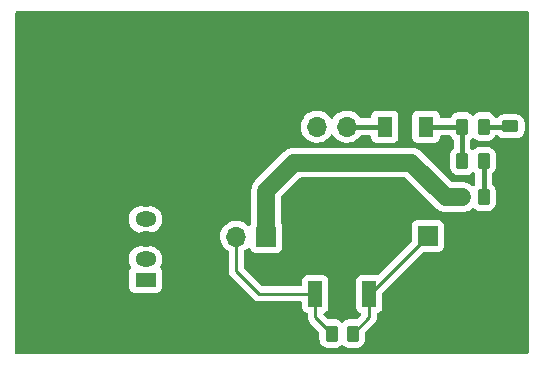
<source format=gbl>
G04 #@! TF.GenerationSoftware,KiCad,Pcbnew,(6.0.9)*
G04 #@! TF.CreationDate,2023-01-18T17:10:32+01:00*
G04 #@! TF.ProjectId,buck,6275636b-2e6b-4696-9361-645f70636258,rev?*
G04 #@! TF.SameCoordinates,Original*
G04 #@! TF.FileFunction,Copper,L2,Bot*
G04 #@! TF.FilePolarity,Positive*
%FSLAX46Y46*%
G04 Gerber Fmt 4.6, Leading zero omitted, Abs format (unit mm)*
G04 Created by KiCad (PCBNEW (6.0.9)) date 2023-01-18 17:10:32*
%MOMM*%
%LPD*%
G01*
G04 APERTURE LIST*
G04 Aperture macros list*
%AMRoundRect*
0 Rectangle with rounded corners*
0 $1 Rounding radius*
0 $2 $3 $4 $5 $6 $7 $8 $9 X,Y pos of 4 corners*
0 Add a 4 corners polygon primitive as box body*
4,1,4,$2,$3,$4,$5,$6,$7,$8,$9,$2,$3,0*
0 Add four circle primitives for the rounded corners*
1,1,$1+$1,$2,$3*
1,1,$1+$1,$4,$5*
1,1,$1+$1,$6,$7*
1,1,$1+$1,$8,$9*
0 Add four rect primitives between the rounded corners*
20,1,$1+$1,$2,$3,$4,$5,0*
20,1,$1+$1,$4,$5,$6,$7,0*
20,1,$1+$1,$6,$7,$8,$9,0*
20,1,$1+$1,$8,$9,$2,$3,0*%
G04 Aperture macros list end*
G04 #@! TA.AperFunction,ComponentPad*
%ADD10C,5.400000*%
G04 #@! TD*
G04 #@! TA.AperFunction,ComponentPad*
%ADD11R,1.800000X1.275000*%
G04 #@! TD*
G04 #@! TA.AperFunction,ComponentPad*
%ADD12O,1.800000X1.275000*%
G04 #@! TD*
G04 #@! TA.AperFunction,SMDPad,CuDef*
%ADD13R,1.200000X2.200000*%
G04 #@! TD*
G04 #@! TA.AperFunction,SMDPad,CuDef*
%ADD14R,5.800000X6.400000*%
G04 #@! TD*
G04 #@! TA.AperFunction,ComponentPad*
%ADD15R,1.700000X1.700000*%
G04 #@! TD*
G04 #@! TA.AperFunction,ComponentPad*
%ADD16O,1.700000X1.700000*%
G04 #@! TD*
G04 #@! TA.AperFunction,SMDPad,CuDef*
%ADD17RoundRect,0.250000X0.262500X0.450000X-0.262500X0.450000X-0.262500X-0.450000X0.262500X-0.450000X0*%
G04 #@! TD*
G04 #@! TA.AperFunction,SMDPad,CuDef*
%ADD18RoundRect,0.250000X-0.262500X-0.450000X0.262500X-0.450000X0.262500X0.450000X-0.262500X0.450000X0*%
G04 #@! TD*
G04 #@! TA.AperFunction,SMDPad,CuDef*
%ADD19RoundRect,0.250000X-0.450000X0.262500X-0.450000X-0.262500X0.450000X-0.262500X0.450000X0.262500X0*%
G04 #@! TD*
G04 #@! TA.AperFunction,SMDPad,CuDef*
%ADD20R,1.300000X1.700000*%
G04 #@! TD*
G04 #@! TA.AperFunction,Conductor*
%ADD21C,1.500000*%
G04 #@! TD*
G04 #@! TA.AperFunction,Conductor*
%ADD22C,0.250000*%
G04 #@! TD*
G04 #@! TA.AperFunction,Conductor*
%ADD23C,0.400000*%
G04 #@! TD*
G04 APERTURE END LIST*
D10*
X113538000Y-85979000D03*
X149225000Y-105029000D03*
D11*
X120245000Y-104900000D03*
D12*
X120245000Y-103200000D03*
X120245000Y-101500000D03*
X120245000Y-99800000D03*
X120245000Y-98100000D03*
D13*
X139186000Y-106122000D03*
D14*
X136906000Y-99822000D03*
D13*
X134626000Y-106122000D03*
D15*
X130459000Y-101264000D03*
D16*
X127919000Y-101264000D03*
D17*
X148867500Y-94869000D03*
X147042500Y-94869000D03*
D18*
X147042500Y-91948000D03*
X148867500Y-91948000D03*
D19*
X151130000Y-91938584D03*
X151130000Y-93763584D03*
D15*
X144145000Y-101219000D03*
D18*
X147042500Y-97917000D03*
X148867500Y-97917000D03*
D17*
X137818500Y-109474000D03*
X135993500Y-109474000D03*
D15*
X132207000Y-91948000D03*
D16*
X134747000Y-91948000D03*
X137287000Y-91948000D03*
D20*
X143990000Y-91948000D03*
X140490000Y-91948000D03*
D21*
X145669000Y-97917000D02*
X147042500Y-97917000D01*
X130459000Y-97379000D02*
X132842000Y-94996000D01*
X130459000Y-101264000D02*
X130459000Y-97379000D01*
X142748000Y-94996000D02*
X145669000Y-97917000D01*
X132842000Y-94996000D02*
X142748000Y-94996000D01*
D22*
X137818500Y-109474000D02*
X139186000Y-108106500D01*
X139186000Y-106122000D02*
X139242000Y-106122000D01*
X139242000Y-106122000D02*
X144145000Y-101219000D01*
X139186000Y-108106500D02*
X139186000Y-106122000D01*
X134626000Y-108106500D02*
X135993500Y-109474000D01*
X129871000Y-106122000D02*
X134626000Y-106122000D01*
X127919000Y-104170000D02*
X129871000Y-106122000D01*
X127919000Y-101264000D02*
X127919000Y-104170000D01*
X134626000Y-106122000D02*
X134626000Y-108106500D01*
D23*
X143990000Y-91948000D02*
X147042500Y-91948000D01*
X147042500Y-91948000D02*
X147042500Y-94869000D01*
X137287000Y-91948000D02*
X140490000Y-91948000D01*
X148867500Y-94869000D02*
X148867500Y-97917000D01*
X151120584Y-91948000D02*
X151130000Y-91938584D01*
X148867500Y-91948000D02*
X151120584Y-91948000D01*
G04 #@! TA.AperFunction,Conductor*
G36*
X152623621Y-82189502D02*
G01*
X152670114Y-82243158D01*
X152681500Y-82295500D01*
X152681500Y-111074500D01*
X152661498Y-111142621D01*
X152607842Y-111189114D01*
X152555500Y-111200500D01*
X109346500Y-111200500D01*
X109278379Y-111180498D01*
X109231886Y-111126842D01*
X109220500Y-111074500D01*
X109220500Y-103290299D01*
X118835138Y-103290299D01*
X118836117Y-103295996D01*
X118836117Y-103295997D01*
X118840294Y-103320303D01*
X118870806Y-103497877D01*
X118943706Y-103695480D01*
X118946658Y-103700441D01*
X118946658Y-103700442D01*
X118984988Y-103764869D01*
X119002628Y-103833640D01*
X118977529Y-103904856D01*
X118894385Y-104015795D01*
X118843255Y-104152184D01*
X118836500Y-104214366D01*
X118836500Y-105585634D01*
X118843255Y-105647816D01*
X118894385Y-105784205D01*
X118981739Y-105900761D01*
X119098295Y-105988115D01*
X119234684Y-106039245D01*
X119296866Y-106046000D01*
X121193134Y-106046000D01*
X121255316Y-106039245D01*
X121391705Y-105988115D01*
X121508261Y-105900761D01*
X121595615Y-105784205D01*
X121646745Y-105647816D01*
X121653500Y-105585634D01*
X121653500Y-104214366D01*
X121646745Y-104152184D01*
X121595615Y-104015795D01*
X121519773Y-103914600D01*
X121513164Y-103905781D01*
X121488316Y-103839275D01*
X121503369Y-103769892D01*
X121507428Y-103762981D01*
X121529887Y-103727386D01*
X121529889Y-103727381D01*
X121532968Y-103722502D01*
X121611015Y-103526876D01*
X121616784Y-103497877D01*
X121650978Y-103325970D01*
X121650978Y-103325967D01*
X121652105Y-103320303D01*
X121652574Y-103284517D01*
X121654786Y-103115483D01*
X121654862Y-103109701D01*
X121653883Y-103104003D01*
X121620173Y-102907820D01*
X121620173Y-102907819D01*
X121619194Y-102902123D01*
X121546294Y-102704520D01*
X121527312Y-102672614D01*
X121441562Y-102528480D01*
X121441560Y-102528477D01*
X121438606Y-102523512D01*
X121299734Y-102365159D01*
X121227445Y-102308171D01*
X121138870Y-102238344D01*
X121138868Y-102238343D01*
X121134331Y-102234766D01*
X121129215Y-102232075D01*
X121129213Y-102232073D01*
X120953051Y-102139390D01*
X120953049Y-102139389D01*
X120947934Y-102136698D01*
X120911977Y-102125533D01*
X120752309Y-102075954D01*
X120752306Y-102075953D01*
X120746788Y-102074240D01*
X120732274Y-102072522D01*
X120579469Y-102054436D01*
X120579462Y-102054436D01*
X120575782Y-102054000D01*
X119929065Y-102054000D01*
X119844287Y-102061790D01*
X119778517Y-102067833D01*
X119778514Y-102067834D01*
X119772763Y-102068362D01*
X119767204Y-102069930D01*
X119767203Y-102069930D01*
X119575610Y-102123965D01*
X119575608Y-102123966D01*
X119570051Y-102125533D01*
X119564875Y-102128085D01*
X119564871Y-102128087D01*
X119445986Y-102186715D01*
X119381151Y-102218688D01*
X119212391Y-102344707D01*
X119131799Y-102431891D01*
X119085025Y-102482491D01*
X119069422Y-102499370D01*
X119054660Y-102522767D01*
X118960113Y-102672614D01*
X118960111Y-102672619D01*
X118957032Y-102677498D01*
X118878985Y-102873124D01*
X118877859Y-102878784D01*
X118877858Y-102878788D01*
X118839022Y-103074030D01*
X118837895Y-103079697D01*
X118837819Y-103085472D01*
X118837819Y-103085476D01*
X118836438Y-103190969D01*
X118835138Y-103290299D01*
X109220500Y-103290299D01*
X109220500Y-101230695D01*
X126556251Y-101230695D01*
X126569110Y-101453715D01*
X126570247Y-101458761D01*
X126570248Y-101458767D01*
X126594304Y-101565508D01*
X126618222Y-101671639D01*
X126702266Y-101878616D01*
X126818987Y-102069088D01*
X126965250Y-102237938D01*
X127137126Y-102380632D01*
X127141593Y-102383242D01*
X127223070Y-102430853D01*
X127271794Y-102482491D01*
X127285500Y-102539641D01*
X127285500Y-104091233D01*
X127284973Y-104102416D01*
X127283298Y-104109909D01*
X127283547Y-104117835D01*
X127283547Y-104117836D01*
X127285438Y-104177986D01*
X127285500Y-104181945D01*
X127285500Y-104209856D01*
X127285997Y-104213790D01*
X127285997Y-104213791D01*
X127286005Y-104213856D01*
X127286938Y-104225693D01*
X127288327Y-104269889D01*
X127293978Y-104289339D01*
X127297987Y-104308700D01*
X127300526Y-104328797D01*
X127303445Y-104336168D01*
X127303445Y-104336170D01*
X127316804Y-104369912D01*
X127320649Y-104381142D01*
X127332982Y-104423593D01*
X127337015Y-104430412D01*
X127337017Y-104430417D01*
X127343293Y-104441028D01*
X127351988Y-104458776D01*
X127359448Y-104477617D01*
X127364110Y-104484033D01*
X127364110Y-104484034D01*
X127385436Y-104513387D01*
X127391952Y-104523307D01*
X127414458Y-104561362D01*
X127428779Y-104575683D01*
X127441619Y-104590716D01*
X127453528Y-104607107D01*
X127459634Y-104612158D01*
X127487605Y-104635298D01*
X127496384Y-104643288D01*
X129367348Y-106514253D01*
X129374888Y-106522539D01*
X129379000Y-106529018D01*
X129384777Y-106534443D01*
X129428651Y-106575643D01*
X129431493Y-106578398D01*
X129451230Y-106598135D01*
X129454427Y-106600615D01*
X129463447Y-106608318D01*
X129495679Y-106638586D01*
X129502625Y-106642405D01*
X129502628Y-106642407D01*
X129513434Y-106648348D01*
X129529953Y-106659199D01*
X129545959Y-106671614D01*
X129553228Y-106674759D01*
X129553232Y-106674762D01*
X129586537Y-106689174D01*
X129597187Y-106694391D01*
X129635940Y-106715695D01*
X129643615Y-106717666D01*
X129643616Y-106717666D01*
X129655562Y-106720733D01*
X129674267Y-106727137D01*
X129692855Y-106735181D01*
X129700678Y-106736420D01*
X129700688Y-106736423D01*
X129736524Y-106742099D01*
X129748144Y-106744505D01*
X129783289Y-106753528D01*
X129790970Y-106755500D01*
X129811224Y-106755500D01*
X129830934Y-106757051D01*
X129850943Y-106760220D01*
X129858835Y-106759474D01*
X129894961Y-106756059D01*
X129906819Y-106755500D01*
X133391500Y-106755500D01*
X133459621Y-106775502D01*
X133506114Y-106829158D01*
X133517500Y-106881500D01*
X133517500Y-107270134D01*
X133524255Y-107332316D01*
X133575385Y-107468705D01*
X133662739Y-107585261D01*
X133779295Y-107672615D01*
X133787703Y-107675767D01*
X133910730Y-107721888D01*
X133967494Y-107764530D01*
X133992194Y-107831091D01*
X133992500Y-107839870D01*
X133992500Y-108027733D01*
X133991973Y-108038916D01*
X133990298Y-108046409D01*
X133990547Y-108054335D01*
X133990547Y-108054336D01*
X133992438Y-108114486D01*
X133992500Y-108118445D01*
X133992500Y-108146356D01*
X133992997Y-108150290D01*
X133992997Y-108150291D01*
X133993005Y-108150356D01*
X133993938Y-108162193D01*
X133995327Y-108206389D01*
X134000978Y-108225839D01*
X134004987Y-108245200D01*
X134007526Y-108265297D01*
X134010445Y-108272668D01*
X134010445Y-108272670D01*
X134023804Y-108306412D01*
X134027649Y-108317642D01*
X134033071Y-108336306D01*
X134039982Y-108360093D01*
X134044015Y-108366912D01*
X134044017Y-108366917D01*
X134050293Y-108377528D01*
X134058988Y-108395276D01*
X134066448Y-108414117D01*
X134071110Y-108420533D01*
X134071110Y-108420534D01*
X134092436Y-108449887D01*
X134098952Y-108459807D01*
X134107862Y-108474872D01*
X134121458Y-108497862D01*
X134135779Y-108512183D01*
X134148619Y-108527216D01*
X134160528Y-108543607D01*
X134166632Y-108548657D01*
X134166637Y-108548662D01*
X134194598Y-108571793D01*
X134203379Y-108579783D01*
X134935596Y-109312001D01*
X134969621Y-109374313D01*
X134972500Y-109401095D01*
X134972500Y-109974400D01*
X134983474Y-110080166D01*
X135039450Y-110247946D01*
X135132522Y-110398348D01*
X135257697Y-110523305D01*
X135263927Y-110527145D01*
X135263928Y-110527146D01*
X135401090Y-110611694D01*
X135408262Y-110616115D01*
X135488005Y-110642564D01*
X135569611Y-110669632D01*
X135569613Y-110669632D01*
X135576139Y-110671797D01*
X135582975Y-110672497D01*
X135582978Y-110672498D01*
X135626031Y-110676909D01*
X135680600Y-110682500D01*
X136306400Y-110682500D01*
X136309646Y-110682163D01*
X136309650Y-110682163D01*
X136405308Y-110672238D01*
X136405312Y-110672237D01*
X136412166Y-110671526D01*
X136418702Y-110669345D01*
X136418704Y-110669345D01*
X136550806Y-110625272D01*
X136579946Y-110615550D01*
X136730348Y-110522478D01*
X136816784Y-110435891D01*
X136879066Y-110401812D01*
X136949886Y-110406815D01*
X136994976Y-110435736D01*
X137082697Y-110523305D01*
X137088927Y-110527145D01*
X137088928Y-110527146D01*
X137226090Y-110611694D01*
X137233262Y-110616115D01*
X137313005Y-110642564D01*
X137394611Y-110669632D01*
X137394613Y-110669632D01*
X137401139Y-110671797D01*
X137407975Y-110672497D01*
X137407978Y-110672498D01*
X137451031Y-110676909D01*
X137505600Y-110682500D01*
X138131400Y-110682500D01*
X138134646Y-110682163D01*
X138134650Y-110682163D01*
X138230308Y-110672238D01*
X138230312Y-110672237D01*
X138237166Y-110671526D01*
X138243702Y-110669345D01*
X138243704Y-110669345D01*
X138375806Y-110625272D01*
X138404946Y-110615550D01*
X138555348Y-110522478D01*
X138680305Y-110397303D01*
X138773115Y-110246738D01*
X138828797Y-110078861D01*
X138839500Y-109974400D01*
X138839500Y-109401095D01*
X138859502Y-109332974D01*
X138876405Y-109311999D01*
X139578258Y-108610147D01*
X139586537Y-108602613D01*
X139593018Y-108598500D01*
X139639644Y-108548848D01*
X139642398Y-108546007D01*
X139662135Y-108526270D01*
X139664615Y-108523073D01*
X139672320Y-108514051D01*
X139674144Y-108512109D01*
X139702586Y-108481821D01*
X139706405Y-108474875D01*
X139706407Y-108474872D01*
X139712348Y-108464066D01*
X139723199Y-108447547D01*
X139730758Y-108437801D01*
X139735614Y-108431541D01*
X139738759Y-108424272D01*
X139738762Y-108424268D01*
X139753174Y-108390963D01*
X139758391Y-108380313D01*
X139779695Y-108341560D01*
X139784733Y-108321937D01*
X139791137Y-108303234D01*
X139796033Y-108291920D01*
X139796033Y-108291919D01*
X139799181Y-108284645D01*
X139800420Y-108276822D01*
X139800423Y-108276812D01*
X139806099Y-108240976D01*
X139808505Y-108229356D01*
X139817528Y-108194211D01*
X139817528Y-108194210D01*
X139819500Y-108186530D01*
X139819500Y-108166276D01*
X139821051Y-108146565D01*
X139822980Y-108134386D01*
X139824220Y-108126557D01*
X139820059Y-108082538D01*
X139819500Y-108070681D01*
X139819500Y-107839870D01*
X139839502Y-107771749D01*
X139893158Y-107725256D01*
X139901270Y-107721888D01*
X140024297Y-107675767D01*
X140032705Y-107672615D01*
X140149261Y-107585261D01*
X140236615Y-107468705D01*
X140287745Y-107332316D01*
X140294500Y-107270134D01*
X140294500Y-106017594D01*
X140314502Y-105949473D01*
X140331405Y-105928499D01*
X143645500Y-102614405D01*
X143707812Y-102580379D01*
X143734595Y-102577500D01*
X145043134Y-102577500D01*
X145105316Y-102570745D01*
X145241705Y-102519615D01*
X145358261Y-102432261D01*
X145445615Y-102315705D01*
X145496745Y-102179316D01*
X145503500Y-102117134D01*
X145503500Y-100320866D01*
X145496745Y-100258684D01*
X145445615Y-100122295D01*
X145358261Y-100005739D01*
X145241705Y-99918385D01*
X145105316Y-99867255D01*
X145043134Y-99860500D01*
X143246866Y-99860500D01*
X143184684Y-99867255D01*
X143048295Y-99918385D01*
X142931739Y-100005739D01*
X142844385Y-100122295D01*
X142793255Y-100258684D01*
X142786500Y-100320866D01*
X142786500Y-101629406D01*
X142766498Y-101697527D01*
X142749595Y-101718501D01*
X139985479Y-104482616D01*
X139923167Y-104516642D01*
X139882777Y-104518784D01*
X139837533Y-104513869D01*
X139837529Y-104513869D01*
X139834134Y-104513500D01*
X138537866Y-104513500D01*
X138475684Y-104520255D01*
X138339295Y-104571385D01*
X138222739Y-104658739D01*
X138135385Y-104775295D01*
X138084255Y-104911684D01*
X138077500Y-104973866D01*
X138077500Y-107270134D01*
X138084255Y-107332316D01*
X138135385Y-107468705D01*
X138222739Y-107585261D01*
X138339295Y-107672615D01*
X138347703Y-107675767D01*
X138435844Y-107708810D01*
X138492608Y-107751452D01*
X138517308Y-107818014D01*
X138502100Y-107887362D01*
X138480709Y-107915887D01*
X138168001Y-108228595D01*
X138105689Y-108262621D01*
X138078906Y-108265500D01*
X137505600Y-108265500D01*
X137502354Y-108265837D01*
X137502350Y-108265837D01*
X137406692Y-108275762D01*
X137406688Y-108275763D01*
X137399834Y-108276474D01*
X137393298Y-108278655D01*
X137393296Y-108278655D01*
X137310099Y-108306412D01*
X137232054Y-108332450D01*
X137081652Y-108425522D01*
X137076479Y-108430704D01*
X136995216Y-108512109D01*
X136932934Y-108546188D01*
X136862114Y-108541185D01*
X136817025Y-108512264D01*
X136734483Y-108429866D01*
X136729303Y-108424695D01*
X136722553Y-108420534D01*
X136584968Y-108335725D01*
X136584966Y-108335724D01*
X136578738Y-108331885D01*
X136458247Y-108291920D01*
X136417389Y-108278368D01*
X136417387Y-108278368D01*
X136410861Y-108276203D01*
X136404025Y-108275503D01*
X136404022Y-108275502D01*
X136360969Y-108271091D01*
X136306400Y-108265500D01*
X135733095Y-108265500D01*
X135664974Y-108245498D01*
X135644000Y-108228595D01*
X135331291Y-107915886D01*
X135297265Y-107853574D01*
X135302330Y-107782759D01*
X135344877Y-107725923D01*
X135376155Y-107708810D01*
X135423224Y-107691165D01*
X135464295Y-107675768D01*
X135464296Y-107675767D01*
X135472705Y-107672615D01*
X135589261Y-107585261D01*
X135676615Y-107468705D01*
X135727745Y-107332316D01*
X135734500Y-107270134D01*
X135734500Y-104973866D01*
X135727745Y-104911684D01*
X135676615Y-104775295D01*
X135589261Y-104658739D01*
X135472705Y-104571385D01*
X135336316Y-104520255D01*
X135274134Y-104513500D01*
X133977866Y-104513500D01*
X133915684Y-104520255D01*
X133779295Y-104571385D01*
X133662739Y-104658739D01*
X133575385Y-104775295D01*
X133524255Y-104911684D01*
X133517500Y-104973866D01*
X133517500Y-105362500D01*
X133497498Y-105430621D01*
X133443842Y-105477114D01*
X133391500Y-105488500D01*
X130185594Y-105488500D01*
X130117473Y-105468498D01*
X130096499Y-105451595D01*
X128589405Y-103944500D01*
X128555379Y-103882188D01*
X128552500Y-103855405D01*
X128552500Y-102544427D01*
X128572502Y-102476306D01*
X128613618Y-102436550D01*
X128616994Y-102434896D01*
X128798860Y-102305173D01*
X128907091Y-102197319D01*
X128969462Y-102163404D01*
X129040268Y-102168592D01*
X129097030Y-102211238D01*
X129114012Y-102242341D01*
X129158385Y-102360705D01*
X129245739Y-102477261D01*
X129362295Y-102564615D01*
X129498684Y-102615745D01*
X129560866Y-102622500D01*
X131357134Y-102622500D01*
X131419316Y-102615745D01*
X131555705Y-102564615D01*
X131672261Y-102477261D01*
X131759615Y-102360705D01*
X131810745Y-102224316D01*
X131817500Y-102162134D01*
X131817500Y-100365866D01*
X131810745Y-100303684D01*
X131759615Y-100167295D01*
X131742673Y-100144689D01*
X131717826Y-100078185D01*
X131717500Y-100069126D01*
X131717500Y-97952477D01*
X131737502Y-97884356D01*
X131754405Y-97863382D01*
X133326382Y-96291405D01*
X133388694Y-96257379D01*
X133415477Y-96254500D01*
X142174523Y-96254500D01*
X142242644Y-96274502D01*
X142263618Y-96291405D01*
X144714472Y-98742259D01*
X144725340Y-98754651D01*
X144735462Y-98767843D01*
X144735469Y-98767851D01*
X144738877Y-98772292D01*
X144787058Y-98816133D01*
X144799185Y-98827168D01*
X144803480Y-98831267D01*
X144819411Y-98847198D01*
X144839427Y-98863934D01*
X144843376Y-98867379D01*
X144900879Y-98919703D01*
X144900883Y-98919706D01*
X144905036Y-98923485D01*
X144909791Y-98926468D01*
X144909794Y-98926470D01*
X144920224Y-98933012D01*
X144934097Y-98943091D01*
X144943545Y-98950992D01*
X144943552Y-98950997D01*
X144947854Y-98954594D01*
X144973693Y-98969332D01*
X145020240Y-98995882D01*
X145024768Y-98998592D01*
X145090596Y-99039886D01*
X145090599Y-99039888D01*
X145095344Y-99042864D01*
X145100549Y-99044957D01*
X145100552Y-99044958D01*
X145111979Y-99049552D01*
X145127411Y-99057012D01*
X145138119Y-99063120D01*
X145138128Y-99063124D01*
X145142993Y-99065899D01*
X145148270Y-99067768D01*
X145148275Y-99067770D01*
X145221542Y-99093715D01*
X145226478Y-99095580D01*
X145275377Y-99115237D01*
X145303783Y-99126656D01*
X145309270Y-99127792D01*
X145309272Y-99127793D01*
X145321349Y-99130294D01*
X145337844Y-99134899D01*
X145354759Y-99140889D01*
X145360296Y-99141796D01*
X145360297Y-99141796D01*
X145436991Y-99154355D01*
X145442181Y-99155317D01*
X145519246Y-99171277D01*
X145519250Y-99171278D01*
X145523767Y-99172213D01*
X145528376Y-99172479D01*
X145528378Y-99172479D01*
X145551548Y-99173815D01*
X145564653Y-99175262D01*
X145570910Y-99176286D01*
X145570917Y-99176286D01*
X145576458Y-99177194D01*
X145582070Y-99177106D01*
X145582072Y-99177106D01*
X145683264Y-99175516D01*
X145685243Y-99175500D01*
X147099499Y-99175500D01*
X147102286Y-99175251D01*
X147102292Y-99175251D01*
X147172429Y-99168991D01*
X147266262Y-99160617D01*
X147360256Y-99134903D01*
X147408629Y-99121670D01*
X147428872Y-99117877D01*
X147440608Y-99116659D01*
X147461166Y-99114526D01*
X147628946Y-99058550D01*
X147779348Y-98965478D01*
X147865784Y-98878891D01*
X147928066Y-98844812D01*
X147998886Y-98849815D01*
X148043975Y-98878736D01*
X148110061Y-98944707D01*
X148131697Y-98966305D01*
X148137927Y-98970145D01*
X148137928Y-98970146D01*
X148275090Y-99054694D01*
X148282262Y-99059115D01*
X148362005Y-99085564D01*
X148443611Y-99112632D01*
X148443613Y-99112632D01*
X148450139Y-99114797D01*
X148456975Y-99115497D01*
X148456978Y-99115498D01*
X148500031Y-99119909D01*
X148554600Y-99125500D01*
X149180400Y-99125500D01*
X149183646Y-99125163D01*
X149183650Y-99125163D01*
X149279308Y-99115238D01*
X149279312Y-99115237D01*
X149286166Y-99114526D01*
X149292702Y-99112345D01*
X149292704Y-99112345D01*
X149440248Y-99063120D01*
X149453946Y-99058550D01*
X149604348Y-98965478D01*
X149729305Y-98840303D01*
X149786138Y-98748104D01*
X149818275Y-98695968D01*
X149818276Y-98695966D01*
X149822115Y-98689738D01*
X149877797Y-98521861D01*
X149888500Y-98417400D01*
X149888500Y-97416600D01*
X149886284Y-97395243D01*
X149878238Y-97317692D01*
X149878237Y-97317688D01*
X149877526Y-97310834D01*
X149871267Y-97292072D01*
X149823868Y-97150002D01*
X149821550Y-97143054D01*
X149728478Y-96992652D01*
X149612982Y-96877357D01*
X149578903Y-96815074D01*
X149576000Y-96788184D01*
X149576000Y-95998002D01*
X149596002Y-95929881D01*
X149612827Y-95908984D01*
X149613168Y-95908643D01*
X149729305Y-95792303D01*
X149822115Y-95641738D01*
X149877797Y-95473861D01*
X149888500Y-95369400D01*
X149888500Y-94368600D01*
X149877526Y-94262834D01*
X149821550Y-94095054D01*
X149728478Y-93944652D01*
X149603303Y-93819695D01*
X149597072Y-93815854D01*
X149458968Y-93730725D01*
X149458966Y-93730724D01*
X149452738Y-93726885D01*
X149292254Y-93673655D01*
X149291389Y-93673368D01*
X149291387Y-93673368D01*
X149284861Y-93671203D01*
X149278025Y-93670503D01*
X149278022Y-93670502D01*
X149234969Y-93666091D01*
X149180400Y-93660500D01*
X148554600Y-93660500D01*
X148551354Y-93660837D01*
X148551350Y-93660837D01*
X148455692Y-93670762D01*
X148455688Y-93670763D01*
X148448834Y-93671474D01*
X148442298Y-93673655D01*
X148442296Y-93673655D01*
X148310194Y-93717728D01*
X148281054Y-93727450D01*
X148130652Y-93820522D01*
X148081125Y-93870136D01*
X148044216Y-93907109D01*
X147981934Y-93941188D01*
X147911114Y-93936185D01*
X147866025Y-93907264D01*
X147787982Y-93829357D01*
X147753903Y-93767075D01*
X147751000Y-93740184D01*
X147751000Y-93077002D01*
X147771002Y-93008881D01*
X147787827Y-92987984D01*
X147788168Y-92987643D01*
X147865784Y-92909891D01*
X147928066Y-92875812D01*
X147998887Y-92880815D01*
X148043975Y-92909736D01*
X148083630Y-92949322D01*
X148131697Y-92997305D01*
X148137927Y-93001145D01*
X148137928Y-93001146D01*
X148275090Y-93085694D01*
X148282262Y-93090115D01*
X148359978Y-93115892D01*
X148443611Y-93143632D01*
X148443613Y-93143632D01*
X148450139Y-93145797D01*
X148456975Y-93146497D01*
X148456978Y-93146498D01*
X148500031Y-93150909D01*
X148554600Y-93156500D01*
X149180400Y-93156500D01*
X149183646Y-93156163D01*
X149183650Y-93156163D01*
X149279308Y-93146238D01*
X149279312Y-93146237D01*
X149286166Y-93145526D01*
X149292702Y-93143345D01*
X149292704Y-93143345D01*
X149424806Y-93099272D01*
X149453946Y-93089550D01*
X149604348Y-92996478D01*
X149729305Y-92871303D01*
X149744820Y-92846134D01*
X149822115Y-92720738D01*
X149823795Y-92721774D01*
X149864121Y-92675969D01*
X149931405Y-92656500D01*
X150010430Y-92656500D01*
X150078551Y-92676502D01*
X150099448Y-92693327D01*
X150136343Y-92730158D01*
X150206697Y-92800389D01*
X150212927Y-92804229D01*
X150212928Y-92804230D01*
X150350090Y-92888778D01*
X150357262Y-92893199D01*
X150402839Y-92908316D01*
X150518611Y-92946716D01*
X150518613Y-92946716D01*
X150525139Y-92948881D01*
X150531975Y-92949581D01*
X150531978Y-92949582D01*
X150575031Y-92953993D01*
X150629600Y-92959584D01*
X151630400Y-92959584D01*
X151633646Y-92959247D01*
X151633650Y-92959247D01*
X151729308Y-92949322D01*
X151729312Y-92949321D01*
X151736166Y-92948610D01*
X151742702Y-92946429D01*
X151742704Y-92946429D01*
X151880489Y-92900460D01*
X151903946Y-92892634D01*
X152054348Y-92799562D01*
X152179305Y-92674387D01*
X152272115Y-92523822D01*
X152327797Y-92355945D01*
X152338500Y-92251484D01*
X152338500Y-91625684D01*
X152327526Y-91519918D01*
X152271550Y-91352138D01*
X152178478Y-91201736D01*
X152053303Y-91076779D01*
X152015186Y-91053283D01*
X151908968Y-90987809D01*
X151908966Y-90987808D01*
X151902738Y-90983969D01*
X151793836Y-90947848D01*
X151741389Y-90930452D01*
X151741387Y-90930452D01*
X151734861Y-90928287D01*
X151728025Y-90927587D01*
X151728022Y-90927586D01*
X151684969Y-90923175D01*
X151630400Y-90917584D01*
X150629600Y-90917584D01*
X150626354Y-90917921D01*
X150626350Y-90917921D01*
X150530692Y-90927846D01*
X150530688Y-90927847D01*
X150523834Y-90928558D01*
X150517298Y-90930739D01*
X150517296Y-90930739D01*
X150385194Y-90974812D01*
X150356054Y-90984534D01*
X150205652Y-91077606D01*
X150081739Y-91201736D01*
X150080958Y-91202518D01*
X150018676Y-91236597D01*
X149991785Y-91239500D01*
X149931387Y-91239500D01*
X149863266Y-91219498D01*
X149822816Y-91173270D01*
X149821550Y-91174054D01*
X149732332Y-91029880D01*
X149728478Y-91023652D01*
X149603303Y-90898695D01*
X149540047Y-90859703D01*
X149458968Y-90809725D01*
X149458966Y-90809724D01*
X149452738Y-90805885D01*
X149292254Y-90752655D01*
X149291389Y-90752368D01*
X149291387Y-90752368D01*
X149284861Y-90750203D01*
X149278025Y-90749503D01*
X149278022Y-90749502D01*
X149234969Y-90745091D01*
X149180400Y-90739500D01*
X148554600Y-90739500D01*
X148551354Y-90739837D01*
X148551350Y-90739837D01*
X148455692Y-90749762D01*
X148455688Y-90749763D01*
X148448834Y-90750474D01*
X148442298Y-90752655D01*
X148442296Y-90752655D01*
X148324012Y-90792118D01*
X148281054Y-90806450D01*
X148130652Y-90899522D01*
X148075401Y-90954870D01*
X148044216Y-90986109D01*
X147981934Y-91020188D01*
X147911114Y-91015185D01*
X147866025Y-90986264D01*
X147783483Y-90903866D01*
X147778303Y-90898695D01*
X147715047Y-90859703D01*
X147633968Y-90809725D01*
X147633966Y-90809724D01*
X147627738Y-90805885D01*
X147467254Y-90752655D01*
X147466389Y-90752368D01*
X147466387Y-90752368D01*
X147459861Y-90750203D01*
X147453025Y-90749503D01*
X147453022Y-90749502D01*
X147409969Y-90745091D01*
X147355400Y-90739500D01*
X146729600Y-90739500D01*
X146726354Y-90739837D01*
X146726350Y-90739837D01*
X146630692Y-90749762D01*
X146630688Y-90749763D01*
X146623834Y-90750474D01*
X146617298Y-90752655D01*
X146617296Y-90752655D01*
X146499012Y-90792118D01*
X146456054Y-90806450D01*
X146305652Y-90899522D01*
X146180695Y-91024697D01*
X146176855Y-91030927D01*
X146176854Y-91030928D01*
X146163074Y-91053283D01*
X146087885Y-91175262D01*
X146086205Y-91174226D01*
X146045879Y-91220031D01*
X145978595Y-91239500D01*
X145274500Y-91239500D01*
X145206379Y-91219498D01*
X145159886Y-91165842D01*
X145148500Y-91113500D01*
X145148500Y-91049866D01*
X145141745Y-90987684D01*
X145090615Y-90851295D01*
X145003261Y-90734739D01*
X144886705Y-90647385D01*
X144750316Y-90596255D01*
X144688134Y-90589500D01*
X143291866Y-90589500D01*
X143229684Y-90596255D01*
X143093295Y-90647385D01*
X142976739Y-90734739D01*
X142889385Y-90851295D01*
X142838255Y-90987684D01*
X142831500Y-91049866D01*
X142831500Y-92846134D01*
X142838255Y-92908316D01*
X142889385Y-93044705D01*
X142976739Y-93161261D01*
X143093295Y-93248615D01*
X143229684Y-93299745D01*
X143291866Y-93306500D01*
X144688134Y-93306500D01*
X144750316Y-93299745D01*
X144886705Y-93248615D01*
X145003261Y-93161261D01*
X145090615Y-93044705D01*
X145141745Y-92908316D01*
X145148500Y-92846134D01*
X145148500Y-92782500D01*
X145168502Y-92714379D01*
X145222158Y-92667886D01*
X145274500Y-92656500D01*
X145978613Y-92656500D01*
X146046734Y-92676502D01*
X146087184Y-92722730D01*
X146088450Y-92721946D01*
X146181522Y-92872348D01*
X146186704Y-92877521D01*
X146297018Y-92987643D01*
X146331097Y-93049926D01*
X146334000Y-93076816D01*
X146334000Y-93739998D01*
X146313998Y-93808119D01*
X146297174Y-93829015D01*
X146180695Y-93945697D01*
X146176855Y-93951927D01*
X146176854Y-93951928D01*
X146095529Y-94083862D01*
X146087885Y-94096262D01*
X146032203Y-94264139D01*
X146021500Y-94368600D01*
X146021500Y-95369400D01*
X146032474Y-95475166D01*
X146088450Y-95642946D01*
X146181522Y-95793348D01*
X146306697Y-95918305D01*
X146312927Y-95922145D01*
X146312928Y-95922146D01*
X146450090Y-96006694D01*
X146457262Y-96011115D01*
X146537005Y-96037564D01*
X146618611Y-96064632D01*
X146618613Y-96064632D01*
X146625139Y-96066797D01*
X146631975Y-96067497D01*
X146631978Y-96067498D01*
X146675031Y-96071909D01*
X146729600Y-96077500D01*
X147355400Y-96077500D01*
X147358646Y-96077163D01*
X147358650Y-96077163D01*
X147454308Y-96067238D01*
X147454312Y-96067237D01*
X147461166Y-96066526D01*
X147467702Y-96064345D01*
X147467704Y-96064345D01*
X147599806Y-96020272D01*
X147628946Y-96010550D01*
X147779348Y-95917478D01*
X147865784Y-95830891D01*
X147928066Y-95796812D01*
X147998886Y-95801815D01*
X148043975Y-95830736D01*
X148122018Y-95908643D01*
X148156097Y-95970925D01*
X148159000Y-95997816D01*
X148159000Y-96787998D01*
X148138998Y-96856119D01*
X148122174Y-96877015D01*
X148044216Y-96955109D01*
X147981934Y-96989188D01*
X147911113Y-96984185D01*
X147866025Y-96955264D01*
X147783483Y-96872866D01*
X147778303Y-96867695D01*
X147763021Y-96858275D01*
X147633968Y-96778725D01*
X147633966Y-96778724D01*
X147627738Y-96774885D01*
X147459861Y-96719203D01*
X147453015Y-96718502D01*
X147453013Y-96718501D01*
X147447135Y-96717898D01*
X147418373Y-96710794D01*
X147418293Y-96711058D01*
X147413123Y-96709497D01*
X147412993Y-96709465D01*
X147412921Y-96709436D01*
X147412922Y-96709436D01*
X147407717Y-96707344D01*
X147402225Y-96706207D01*
X147402223Y-96706206D01*
X147261011Y-96676962D01*
X147187733Y-96661787D01*
X147183122Y-96661521D01*
X147183121Y-96661521D01*
X147132548Y-96658605D01*
X147132544Y-96658605D01*
X147130725Y-96658500D01*
X146242478Y-96658500D01*
X146174357Y-96638498D01*
X146153383Y-96621595D01*
X143702525Y-94170737D01*
X143691657Y-94158346D01*
X143681533Y-94145152D01*
X143678123Y-94140708D01*
X143617826Y-94085842D01*
X143613531Y-94081743D01*
X143597590Y-94065802D01*
X143595440Y-94064004D01*
X143577577Y-94049068D01*
X143573602Y-94045600D01*
X143516112Y-93993288D01*
X143516103Y-93993281D01*
X143511964Y-93989515D01*
X143496773Y-93979986D01*
X143482907Y-93969911D01*
X143473451Y-93962004D01*
X143473441Y-93961997D01*
X143469146Y-93958406D01*
X143396752Y-93917113D01*
X143392232Y-93914408D01*
X143382620Y-93908378D01*
X143337692Y-93880195D01*
X143326404Y-93873114D01*
X143326401Y-93873112D01*
X143321656Y-93870136D01*
X143316451Y-93868043D01*
X143316448Y-93868042D01*
X143305021Y-93863448D01*
X143289589Y-93855988D01*
X143278881Y-93849880D01*
X143278872Y-93849876D01*
X143274007Y-93847101D01*
X143268730Y-93845232D01*
X143268725Y-93845230D01*
X143195458Y-93819285D01*
X143190522Y-93817420D01*
X143118416Y-93788434D01*
X143113217Y-93786344D01*
X143107730Y-93785208D01*
X143107728Y-93785207D01*
X143095651Y-93782706D01*
X143079156Y-93778101D01*
X143062241Y-93772111D01*
X142979990Y-93758641D01*
X142974820Y-93757683D01*
X142893233Y-93740787D01*
X142888621Y-93740521D01*
X142888620Y-93740521D01*
X142865452Y-93739185D01*
X142852347Y-93737738D01*
X142846090Y-93736714D01*
X142846086Y-93736714D01*
X142840543Y-93735806D01*
X142834930Y-93735894D01*
X142834928Y-93735894D01*
X142733736Y-93737484D01*
X142731757Y-93737500D01*
X132933396Y-93737500D01*
X132916949Y-93736422D01*
X132912270Y-93735806D01*
X132894914Y-93733521D01*
X132889314Y-93733785D01*
X132889313Y-93733785D01*
X132813504Y-93737360D01*
X132807569Y-93737500D01*
X132785001Y-93737500D01*
X132782218Y-93737748D01*
X132782204Y-93737749D01*
X132759023Y-93739818D01*
X132753760Y-93740177D01*
X132724342Y-93741564D01*
X132670512Y-93744103D01*
X132653023Y-93748108D01*
X132636104Y-93750788D01*
X132631618Y-93751189D01*
X132618238Y-93752383D01*
X132612830Y-93753862D01*
X132612827Y-93753863D01*
X132537870Y-93774369D01*
X132532752Y-93775655D01*
X132457000Y-93793005D01*
X132456998Y-93793006D01*
X132451530Y-93794258D01*
X132441030Y-93798737D01*
X132435033Y-93801294D01*
X132418858Y-93806927D01*
X132412806Y-93808583D01*
X132401549Y-93811663D01*
X132396494Y-93814074D01*
X132396489Y-93814076D01*
X132326317Y-93847546D01*
X132321508Y-93849717D01*
X132250053Y-93880195D01*
X132250047Y-93880198D01*
X132244892Y-93882397D01*
X132229902Y-93892244D01*
X132214974Y-93900655D01*
X132198782Y-93908378D01*
X132194229Y-93911650D01*
X132194225Y-93911652D01*
X132131103Y-93957010D01*
X132126753Y-93959999D01*
X132103277Y-93975420D01*
X132057126Y-94005735D01*
X132036338Y-94024257D01*
X132026061Y-94032490D01*
X132016346Y-94039471D01*
X131941938Y-94116254D01*
X131940549Y-94117664D01*
X129633737Y-96424475D01*
X129621347Y-96435342D01*
X129603708Y-96448877D01*
X129549188Y-96508794D01*
X129548842Y-96509174D01*
X129544743Y-96513469D01*
X129528802Y-96529410D01*
X129527007Y-96531557D01*
X129527005Y-96531559D01*
X129512068Y-96549423D01*
X129508600Y-96553398D01*
X129456288Y-96610888D01*
X129456281Y-96610897D01*
X129452515Y-96615036D01*
X129449538Y-96619782D01*
X129449537Y-96619783D01*
X129442987Y-96630225D01*
X129432911Y-96644093D01*
X129425004Y-96653549D01*
X129424997Y-96653559D01*
X129421406Y-96657854D01*
X129387158Y-96717898D01*
X129380118Y-96730240D01*
X129377413Y-96734759D01*
X129333136Y-96805344D01*
X129331043Y-96810549D01*
X129331042Y-96810552D01*
X129326448Y-96821979D01*
X129318988Y-96837411D01*
X129312880Y-96848119D01*
X129312876Y-96848128D01*
X129310101Y-96852993D01*
X129308232Y-96858270D01*
X129308230Y-96858275D01*
X129282285Y-96931542D01*
X129280420Y-96936478D01*
X129272868Y-96955264D01*
X129249344Y-97013783D01*
X129248208Y-97019270D01*
X129248207Y-97019272D01*
X129245706Y-97031349D01*
X129241101Y-97047844D01*
X129235111Y-97064759D01*
X129223310Y-97136824D01*
X129221643Y-97147001D01*
X129220683Y-97152180D01*
X129203787Y-97233767D01*
X129203521Y-97238379D01*
X129203521Y-97238380D01*
X129202185Y-97261548D01*
X129200738Y-97274653D01*
X129199714Y-97280910D01*
X129198806Y-97286457D01*
X129198894Y-97292070D01*
X129198894Y-97292072D01*
X129200484Y-97393264D01*
X129200500Y-97395243D01*
X129200500Y-100069126D01*
X129180498Y-100137247D01*
X129175339Y-100144673D01*
X129158385Y-100167295D01*
X129155233Y-100175703D01*
X129113919Y-100285907D01*
X129071277Y-100342671D01*
X129004716Y-100367371D01*
X128935367Y-100352163D01*
X128902743Y-100326476D01*
X128852151Y-100270875D01*
X128852142Y-100270866D01*
X128848670Y-100267051D01*
X128844619Y-100263852D01*
X128844615Y-100263848D01*
X128677414Y-100131800D01*
X128677410Y-100131798D01*
X128673359Y-100128598D01*
X128477789Y-100020638D01*
X128472920Y-100018914D01*
X128472916Y-100018912D01*
X128272087Y-99947795D01*
X128272083Y-99947794D01*
X128267212Y-99946069D01*
X128262119Y-99945162D01*
X128262116Y-99945161D01*
X128052373Y-99907800D01*
X128052367Y-99907799D01*
X128047284Y-99906894D01*
X127973452Y-99905992D01*
X127829081Y-99904228D01*
X127829079Y-99904228D01*
X127823911Y-99904165D01*
X127603091Y-99937955D01*
X127390756Y-100007357D01*
X127192607Y-100110507D01*
X127188474Y-100113610D01*
X127188471Y-100113612D01*
X127018100Y-100241530D01*
X127013965Y-100244635D01*
X126974525Y-100285907D01*
X126920280Y-100342671D01*
X126859629Y-100406138D01*
X126733743Y-100590680D01*
X126705718Y-100651056D01*
X126646859Y-100777857D01*
X126639688Y-100793305D01*
X126579989Y-101008570D01*
X126556251Y-101230695D01*
X109220500Y-101230695D01*
X109220500Y-99890299D01*
X118835138Y-99890299D01*
X118836117Y-99895996D01*
X118836117Y-99895997D01*
X118845018Y-99947795D01*
X118870806Y-100097877D01*
X118943706Y-100295480D01*
X118946658Y-100300441D01*
X118946658Y-100300442D01*
X118971782Y-100342671D01*
X119051394Y-100476488D01*
X119190266Y-100634841D01*
X119355669Y-100765234D01*
X119360785Y-100767925D01*
X119360787Y-100767927D01*
X119536949Y-100860610D01*
X119542066Y-100863302D01*
X119547586Y-100865016D01*
X119737691Y-100924046D01*
X119737694Y-100924047D01*
X119743212Y-100925760D01*
X119748949Y-100926439D01*
X119910531Y-100945564D01*
X119910538Y-100945564D01*
X119914218Y-100946000D01*
X120560935Y-100946000D01*
X120645713Y-100938210D01*
X120711483Y-100932167D01*
X120711486Y-100932166D01*
X120717237Y-100931638D01*
X120722797Y-100930070D01*
X120914390Y-100876035D01*
X120914392Y-100876034D01*
X120919949Y-100874467D01*
X120925125Y-100871915D01*
X120925129Y-100871913D01*
X121103668Y-100783867D01*
X121108849Y-100781312D01*
X121277609Y-100655293D01*
X121420578Y-100500630D01*
X121482556Y-100402401D01*
X121529887Y-100327386D01*
X121529889Y-100327381D01*
X121532968Y-100322502D01*
X121611015Y-100126876D01*
X121613654Y-100113612D01*
X121650978Y-99925970D01*
X121650978Y-99925967D01*
X121652105Y-99920303D01*
X121652282Y-99906831D01*
X121654786Y-99715483D01*
X121654862Y-99709701D01*
X121653883Y-99704003D01*
X121620173Y-99507820D01*
X121620173Y-99507819D01*
X121619194Y-99502123D01*
X121546294Y-99304520D01*
X121527312Y-99272614D01*
X121441562Y-99128480D01*
X121441560Y-99128477D01*
X121438606Y-99123512D01*
X121315511Y-98983150D01*
X121303541Y-98969500D01*
X121299734Y-98965159D01*
X121242073Y-98919703D01*
X121138870Y-98838344D01*
X121138868Y-98838343D01*
X121134331Y-98834766D01*
X121129215Y-98832075D01*
X121129213Y-98832073D01*
X120953051Y-98739390D01*
X120953049Y-98739389D01*
X120947934Y-98736698D01*
X120911977Y-98725533D01*
X120752309Y-98675954D01*
X120752306Y-98675953D01*
X120746788Y-98674240D01*
X120732274Y-98672522D01*
X120579469Y-98654436D01*
X120579462Y-98654436D01*
X120575782Y-98654000D01*
X119929065Y-98654000D01*
X119844287Y-98661790D01*
X119778517Y-98667833D01*
X119778514Y-98667834D01*
X119772763Y-98668362D01*
X119767204Y-98669930D01*
X119767203Y-98669930D01*
X119575610Y-98723965D01*
X119575608Y-98723966D01*
X119570051Y-98725533D01*
X119564875Y-98728085D01*
X119564871Y-98728087D01*
X119467590Y-98776061D01*
X119381151Y-98818688D01*
X119376525Y-98822142D01*
X119376524Y-98822143D01*
X119221935Y-98937580D01*
X119212391Y-98944707D01*
X119126420Y-99037710D01*
X119104504Y-99061419D01*
X119069422Y-99099370D01*
X119048812Y-99132035D01*
X118960113Y-99272614D01*
X118960111Y-99272619D01*
X118957032Y-99277498D01*
X118878985Y-99473124D01*
X118877859Y-99478784D01*
X118877858Y-99478788D01*
X118839022Y-99674030D01*
X118837895Y-99679697D01*
X118837819Y-99685472D01*
X118837819Y-99685476D01*
X118836438Y-99790969D01*
X118835138Y-99890299D01*
X109220500Y-99890299D01*
X109220500Y-91914695D01*
X133384251Y-91914695D01*
X133397110Y-92137715D01*
X133398247Y-92142761D01*
X133398248Y-92142767D01*
X133422024Y-92248267D01*
X133446222Y-92355639D01*
X133478723Y-92435680D01*
X133514514Y-92523822D01*
X133530266Y-92562616D01*
X133581942Y-92646944D01*
X133644291Y-92748688D01*
X133646987Y-92753088D01*
X133793250Y-92921938D01*
X133904302Y-93014135D01*
X133947413Y-93049926D01*
X133965126Y-93064632D01*
X134158000Y-93177338D01*
X134366692Y-93257030D01*
X134371760Y-93258061D01*
X134371763Y-93258062D01*
X134479017Y-93279883D01*
X134585597Y-93301567D01*
X134590772Y-93301757D01*
X134590774Y-93301757D01*
X134803673Y-93309564D01*
X134803677Y-93309564D01*
X134808837Y-93309753D01*
X134813957Y-93309097D01*
X134813959Y-93309097D01*
X135025288Y-93282025D01*
X135025289Y-93282025D01*
X135030416Y-93281368D01*
X135035366Y-93279883D01*
X135239429Y-93218661D01*
X135239434Y-93218659D01*
X135244384Y-93217174D01*
X135444994Y-93118896D01*
X135626860Y-92989173D01*
X135785096Y-92831489D01*
X135804684Y-92804230D01*
X135915453Y-92650077D01*
X135916776Y-92651028D01*
X135963645Y-92607857D01*
X136033580Y-92595625D01*
X136099026Y-92623144D01*
X136126875Y-92654994D01*
X136139729Y-92675969D01*
X136186987Y-92753088D01*
X136333250Y-92921938D01*
X136444302Y-93014135D01*
X136487413Y-93049926D01*
X136505126Y-93064632D01*
X136698000Y-93177338D01*
X136906692Y-93257030D01*
X136911760Y-93258061D01*
X136911763Y-93258062D01*
X137019017Y-93279883D01*
X137125597Y-93301567D01*
X137130772Y-93301757D01*
X137130774Y-93301757D01*
X137343673Y-93309564D01*
X137343677Y-93309564D01*
X137348837Y-93309753D01*
X137353957Y-93309097D01*
X137353959Y-93309097D01*
X137565288Y-93282025D01*
X137565289Y-93282025D01*
X137570416Y-93281368D01*
X137575366Y-93279883D01*
X137779429Y-93218661D01*
X137779434Y-93218659D01*
X137784384Y-93217174D01*
X137984994Y-93118896D01*
X138166860Y-92989173D01*
X138325096Y-92831489D01*
X138344684Y-92804230D01*
X138413132Y-92708974D01*
X138469127Y-92665326D01*
X138515455Y-92656500D01*
X139205500Y-92656500D01*
X139273621Y-92676502D01*
X139320114Y-92730158D01*
X139331500Y-92782500D01*
X139331500Y-92846134D01*
X139338255Y-92908316D01*
X139389385Y-93044705D01*
X139476739Y-93161261D01*
X139593295Y-93248615D01*
X139729684Y-93299745D01*
X139791866Y-93306500D01*
X141188134Y-93306500D01*
X141250316Y-93299745D01*
X141386705Y-93248615D01*
X141503261Y-93161261D01*
X141590615Y-93044705D01*
X141641745Y-92908316D01*
X141648500Y-92846134D01*
X141648500Y-91049866D01*
X141641745Y-90987684D01*
X141590615Y-90851295D01*
X141503261Y-90734739D01*
X141386705Y-90647385D01*
X141250316Y-90596255D01*
X141188134Y-90589500D01*
X139791866Y-90589500D01*
X139729684Y-90596255D01*
X139593295Y-90647385D01*
X139476739Y-90734739D01*
X139389385Y-90851295D01*
X139338255Y-90987684D01*
X139331500Y-91049866D01*
X139331500Y-91113500D01*
X139311498Y-91181621D01*
X139257842Y-91228114D01*
X139205500Y-91239500D01*
X138515286Y-91239500D01*
X138447165Y-91219498D01*
X138409494Y-91181941D01*
X138404392Y-91174054D01*
X138367014Y-91116277D01*
X138216670Y-90951051D01*
X138212619Y-90947852D01*
X138212615Y-90947848D01*
X138045414Y-90815800D01*
X138045410Y-90815798D01*
X138041359Y-90812598D01*
X138029199Y-90805885D01*
X137927060Y-90749502D01*
X137845789Y-90704638D01*
X137840920Y-90702914D01*
X137840916Y-90702912D01*
X137640087Y-90631795D01*
X137640083Y-90631794D01*
X137635212Y-90630069D01*
X137630119Y-90629162D01*
X137630116Y-90629161D01*
X137420373Y-90591800D01*
X137420367Y-90591799D01*
X137415284Y-90590894D01*
X137341452Y-90589992D01*
X137197081Y-90588228D01*
X137197079Y-90588228D01*
X137191911Y-90588165D01*
X136971091Y-90621955D01*
X136758756Y-90691357D01*
X136560607Y-90794507D01*
X136556474Y-90797610D01*
X136556471Y-90797612D01*
X136386100Y-90925530D01*
X136381965Y-90928635D01*
X136378393Y-90932373D01*
X136235454Y-91081950D01*
X136227629Y-91090138D01*
X136120201Y-91247621D01*
X136065293Y-91292621D01*
X135994768Y-91300792D01*
X135931021Y-91269538D01*
X135910324Y-91245054D01*
X135829822Y-91120617D01*
X135829818Y-91120612D01*
X135827014Y-91116277D01*
X135676670Y-90951051D01*
X135672619Y-90947852D01*
X135672615Y-90947848D01*
X135505414Y-90815800D01*
X135505410Y-90815798D01*
X135501359Y-90812598D01*
X135489199Y-90805885D01*
X135387060Y-90749502D01*
X135305789Y-90704638D01*
X135300920Y-90702914D01*
X135300916Y-90702912D01*
X135100087Y-90631795D01*
X135100083Y-90631794D01*
X135095212Y-90630069D01*
X135090119Y-90629162D01*
X135090116Y-90629161D01*
X134880373Y-90591800D01*
X134880367Y-90591799D01*
X134875284Y-90590894D01*
X134801452Y-90589992D01*
X134657081Y-90588228D01*
X134657079Y-90588228D01*
X134651911Y-90588165D01*
X134431091Y-90621955D01*
X134218756Y-90691357D01*
X134020607Y-90794507D01*
X134016474Y-90797610D01*
X134016471Y-90797612D01*
X133846100Y-90925530D01*
X133841965Y-90928635D01*
X133838393Y-90932373D01*
X133695454Y-91081950D01*
X133687629Y-91090138D01*
X133684720Y-91094403D01*
X133684714Y-91094411D01*
X133625005Y-91181941D01*
X133561743Y-91274680D01*
X133467688Y-91477305D01*
X133407989Y-91692570D01*
X133384251Y-91914695D01*
X109220500Y-91914695D01*
X109220500Y-82295500D01*
X109240502Y-82227379D01*
X109294158Y-82180886D01*
X109346500Y-82169500D01*
X152555500Y-82169500D01*
X152623621Y-82189502D01*
G37*
G04 #@! TD.AperFunction*
M02*

</source>
